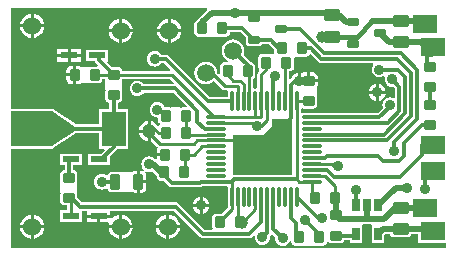
<source format=gbl>
G04 Layer_Physical_Order=2*
G04 Layer_Color=16711680*
%FSLAX44Y44*%
%MOMM*%
G71*
G01*
G75*
G04:AMPARAMS|DCode=10|XSize=1mm|YSize=0.9mm|CornerRadius=0.1125mm|HoleSize=0mm|Usage=FLASHONLY|Rotation=0.000|XOffset=0mm|YOffset=0mm|HoleType=Round|Shape=RoundedRectangle|*
%AMROUNDEDRECTD10*
21,1,1.0000,0.6750,0,0,0.0*
21,1,0.7750,0.9000,0,0,0.0*
1,1,0.2250,0.3875,-0.3375*
1,1,0.2250,-0.3875,-0.3375*
1,1,0.2250,-0.3875,0.3375*
1,1,0.2250,0.3875,0.3375*
%
%ADD10ROUNDEDRECTD10*%
G04:AMPARAMS|DCode=12|XSize=1mm|YSize=0.9mm|CornerRadius=0.1125mm|HoleSize=0mm|Usage=FLASHONLY|Rotation=90.000|XOffset=0mm|YOffset=0mm|HoleType=Round|Shape=RoundedRectangle|*
%AMROUNDEDRECTD12*
21,1,1.0000,0.6750,0,0,90.0*
21,1,0.7750,0.9000,0,0,90.0*
1,1,0.2250,0.3375,0.3875*
1,1,0.2250,0.3375,-0.3875*
1,1,0.2250,-0.3375,-0.3875*
1,1,0.2250,-0.3375,0.3875*
%
%ADD12ROUNDEDRECTD12*%
%ADD15C,0.3000*%
%ADD16C,0.2540*%
%ADD17C,0.5000*%
%ADD18C,1.5240*%
%ADD19C,1.0000*%
%ADD20C,1.2000*%
%ADD21C,0.9000*%
G04:AMPARAMS|DCode=22|XSize=1.3mm|YSize=0.8mm|CornerRadius=0.1mm|HoleSize=0mm|Usage=FLASHONLY|Rotation=270.000|XOffset=0mm|YOffset=0mm|HoleType=Round|Shape=RoundedRectangle|*
%AMROUNDEDRECTD22*
21,1,1.3000,0.6000,0,0,270.0*
21,1,1.1000,0.8000,0,0,270.0*
1,1,0.2000,-0.3000,-0.5500*
1,1,0.2000,-0.3000,0.5500*
1,1,0.2000,0.3000,0.5500*
1,1,0.2000,0.3000,-0.5500*
%
%ADD22ROUNDEDRECTD22*%
%ADD23R,0.6500X1.1000*%
%ADD24O,1.8000X0.3000*%
%ADD25O,0.3000X1.8000*%
G04:AMPARAMS|DCode=26|XSize=0.6mm|YSize=1mm|CornerRadius=0.075mm|HoleSize=0mm|Usage=FLASHONLY|Rotation=90.000|XOffset=0mm|YOffset=0mm|HoleType=Round|Shape=RoundedRectangle|*
%AMROUNDEDRECTD26*
21,1,0.6000,0.8500,0,0,90.0*
21,1,0.4500,1.0000,0,0,90.0*
1,1,0.1500,0.4250,0.2250*
1,1,0.1500,0.4250,-0.2250*
1,1,0.1500,-0.4250,-0.2250*
1,1,0.1500,-0.4250,0.2250*
%
%ADD26ROUNDEDRECTD26*%
%ADD27R,1.4500X0.5500*%
%ADD28R,2.0000X3.0000*%
%ADD29R,2.0000X1.5000*%
G04:AMPARAMS|DCode=30|XSize=1.4mm|YSize=1mm|CornerRadius=0.125mm|HoleSize=0mm|Usage=FLASHONLY|Rotation=180.000|XOffset=0mm|YOffset=0mm|HoleType=Round|Shape=RoundedRectangle|*
%AMROUNDEDRECTD30*
21,1,1.4000,0.7500,0,0,180.0*
21,1,1.1500,1.0000,0,0,180.0*
1,1,0.2500,-0.5750,0.3750*
1,1,0.2500,0.5750,0.3750*
1,1,0.2500,0.5750,-0.3750*
1,1,0.2500,-0.5750,-0.3750*
%
%ADD30ROUNDEDRECTD30*%
%ADD31C,1.5000*%
%ADD32C,0.4000*%
G36*
X173241Y208730D02*
X165756Y201244D01*
X164864Y199910D01*
X164406Y199819D01*
X163372Y199128D01*
X162681Y198094D01*
X162439Y196875D01*
Y189125D01*
X162681Y187906D01*
X163372Y186872D01*
X164406Y186181D01*
X165625Y185939D01*
X172375D01*
X173364Y186136D01*
X173500Y186000D01*
X181500D01*
X181636Y186136D01*
X182625Y185939D01*
X189375D01*
X190594Y186181D01*
X191628Y186872D01*
X192319Y187906D01*
X192561Y189125D01*
Y189431D01*
X201522D01*
X205946Y185007D01*
Y180750D01*
X206160Y179677D01*
X206767Y178767D01*
X207677Y178160D01*
X208750Y177946D01*
X217250D01*
X218323Y178160D01*
X219233Y178767D01*
X219676Y179431D01*
X225522D01*
X229939Y175014D01*
Y172125D01*
X229967Y171982D01*
X229162Y171000D01*
X227500D01*
X227365Y170864D01*
X226375Y171061D01*
X219625D01*
X218406Y170819D01*
X217372Y170128D01*
X216681Y169094D01*
X216439Y167875D01*
Y160125D01*
X216681Y158906D01*
X217372Y157872D01*
X217442Y157158D01*
X216642Y156358D01*
X215920Y155276D01*
X215666Y154000D01*
Y143007D01*
X214396Y141990D01*
X214000Y142069D01*
X213604Y141990D01*
X212334Y143007D01*
Y150342D01*
X213128Y150872D01*
X213819Y151906D01*
X214061Y153125D01*
Y160875D01*
X213819Y162094D01*
X213128Y163128D01*
X212094Y163819D01*
X210875Y164061D01*
X209986D01*
X203749Y170298D01*
X204255Y171520D01*
X204582Y174000D01*
X204255Y176480D01*
X203298Y178791D01*
X201775Y180776D01*
X199791Y182298D01*
X197480Y183256D01*
X195000Y183582D01*
X192520Y183256D01*
X190209Y182298D01*
X188225Y180776D01*
X186702Y178791D01*
X185744Y176480D01*
X185418Y174000D01*
X185744Y171520D01*
X186702Y169209D01*
X188225Y167225D01*
X190209Y165702D01*
X191104Y165331D01*
X190851Y164061D01*
X187125D01*
X185906Y163819D01*
X184872Y163128D01*
X184181Y162094D01*
X183939Y160875D01*
Y154572D01*
X182669Y154046D01*
X181562Y155153D01*
X181255Y157480D01*
X180298Y159791D01*
X178776Y161775D01*
X176791Y163298D01*
X174480Y164255D01*
X172000Y164582D01*
X169520Y164255D01*
X167209Y163298D01*
X165225Y161775D01*
X163702Y159791D01*
X162745Y157480D01*
X162418Y155000D01*
X162745Y152520D01*
X163702Y150209D01*
X165225Y148224D01*
X167209Y146702D01*
X169520Y145744D01*
X172000Y145418D01*
X174480Y145744D01*
X176791Y146702D01*
X178775Y148224D01*
X179043Y148242D01*
X185643Y141643D01*
X186724Y140920D01*
X188000Y140666D01*
X189827D01*
X190610Y139396D01*
X190431Y138500D01*
Y134569D01*
X175478D01*
X140523Y169523D01*
X139366Y170297D01*
X138000Y170569D01*
X134455D01*
X133636Y171636D01*
X132278Y172678D01*
X130697Y173333D01*
X129000Y173556D01*
X127303Y173333D01*
X125722Y172678D01*
X124364Y171636D01*
X123322Y170278D01*
X122667Y168697D01*
X122444Y167000D01*
X122667Y165303D01*
X123322Y163722D01*
X124364Y162364D01*
X125722Y161322D01*
X127303Y160667D01*
X129000Y160444D01*
X130697Y160667D01*
X132278Y161322D01*
X133636Y162364D01*
X134455Y163431D01*
X136522D01*
X141946Y158007D01*
X141460Y156834D01*
X101061D01*
Y156875D01*
X100819Y158094D01*
X100128Y159128D01*
X99094Y159819D01*
X97875Y160061D01*
X92486D01*
X88470Y164077D01*
X88956Y165250D01*
X89000D01*
Y174750D01*
X70500D01*
Y165250D01*
X78281D01*
X78453Y164384D01*
X79227Y163227D01*
X80622Y161831D01*
X80096Y160561D01*
X74625D01*
X73636Y160364D01*
X73500Y160500D01*
X66295D01*
X65805Y160827D01*
X64375Y161112D01*
X62270D01*
Y153500D01*
Y145888D01*
X64375D01*
X65805Y146173D01*
X66295Y146500D01*
X73500D01*
X73636Y146636D01*
X74625Y146439D01*
X81375D01*
X82594Y146681D01*
X83628Y147372D01*
X84319Y148406D01*
X84561Y149625D01*
Y150166D01*
X86557D01*
X87000Y149000D01*
Y141000D01*
X87136Y140864D01*
X86939Y139875D01*
Y133125D01*
X87181Y131906D01*
X87872Y130872D01*
X88906Y130181D01*
X90125Y129939D01*
X90431D01*
Y125000D01*
X82000D01*
Y111569D01*
X61886D01*
X42649Y124685D01*
X42455Y124767D01*
X42280Y124884D01*
X42093Y124921D01*
X41917Y124996D01*
X41706Y124998D01*
X41500Y125039D01*
X7500D01*
X7000Y125449D01*
Y210000D01*
X172715D01*
X173241Y208730D01*
D02*
G37*
G36*
X267385Y164477D02*
X268542Y163703D01*
X269908Y163431D01*
X313396D01*
X314000Y162161D01*
X313322Y161278D01*
X312667Y159697D01*
X312444Y158000D01*
X312667Y156303D01*
X313322Y154722D01*
X314364Y153364D01*
X315722Y152322D01*
X317303Y151667D01*
X319000Y151444D01*
X320697Y151667D01*
X322278Y152322D01*
X322870Y152776D01*
X323913Y151976D01*
X323667Y151383D01*
X323444Y149686D01*
X323667Y147989D01*
X324322Y146408D01*
X325364Y145050D01*
X326722Y144009D01*
X328303Y143354D01*
X330000Y143130D01*
X331334Y143306D01*
X332431Y142208D01*
Y134228D01*
X332094Y134061D01*
X331161Y133726D01*
X329696Y134332D01*
X327999Y134556D01*
X326302Y134332D01*
X324721Y133678D01*
X323363Y132636D01*
X322322Y131278D01*
X321667Y129697D01*
X321443Y128000D01*
X321667Y126303D01*
X321839Y125886D01*
X317522Y121569D01*
X254500D01*
X253604Y121390D01*
X252334Y122173D01*
Y122321D01*
X252569Y123500D01*
Y124547D01*
X253839Y125226D01*
X253906Y125181D01*
X255125Y124939D01*
X262875D01*
X264094Y125181D01*
X265128Y125872D01*
X265819Y126906D01*
X266061Y128125D01*
Y134875D01*
X265864Y135864D01*
X266000Y136000D01*
Y143205D01*
X266327Y143695D01*
X266612Y145125D01*
Y147230D01*
X259000D01*
Y148500D01*
X257730D01*
Y155612D01*
X255125D01*
X253695Y155328D01*
X253396Y155128D01*
X252838Y155359D01*
X252270Y155434D01*
Y148500D01*
X249730D01*
Y155434D01*
X249162Y155359D01*
X247450Y154650D01*
X245979Y153521D01*
X244851Y152051D01*
X244141Y150338D01*
X243604Y150063D01*
X242334Y150773D01*
Y156939D01*
X243375D01*
X244594Y157181D01*
X245628Y157872D01*
X246319Y158906D01*
X246561Y160125D01*
Y167875D01*
X246533Y168018D01*
X247339Y169000D01*
X249000D01*
X249136Y169136D01*
X250125Y168939D01*
X256875D01*
X258094Y169181D01*
X259128Y169872D01*
X259555Y170511D01*
X261005Y170856D01*
X267385Y164477D01*
D02*
G37*
G36*
X145192Y146839D02*
X144666Y145569D01*
X119455D01*
X118636Y146636D01*
X117278Y147678D01*
X115697Y148333D01*
X114000Y148556D01*
X112303Y148333D01*
X110722Y147678D01*
X109364Y146636D01*
X108322Y145278D01*
X107667Y143697D01*
X107444Y142000D01*
X107667Y140303D01*
X108322Y138722D01*
X109364Y137364D01*
X110722Y136322D01*
X112303Y135667D01*
X114000Y135444D01*
X115697Y135667D01*
X117278Y136322D01*
X118636Y137364D01*
X119455Y138431D01*
X144522D01*
X155719Y127234D01*
X155233Y126061D01*
X151625D01*
X150636Y125864D01*
X150500Y126000D01*
X142500D01*
X142364Y125864D01*
X141375Y126061D01*
X137182D01*
X136678Y127278D01*
X135636Y128636D01*
X134278Y129678D01*
X132697Y130333D01*
X131000Y130556D01*
X129303Y130333D01*
X127722Y129678D01*
X126364Y128636D01*
X125322Y127278D01*
X124667Y125697D01*
X124444Y124000D01*
X124667Y122303D01*
X125322Y120722D01*
X126364Y119364D01*
X127722Y118322D01*
X129303Y117667D01*
X131000Y117444D01*
X131439Y117059D01*
Y115125D01*
X131681Y113906D01*
X132372Y112872D01*
X132883Y112530D01*
X132947Y112286D01*
X132861Y111250D01*
X131766Y110630D01*
X130848Y111104D01*
X130091Y112091D01*
X128307Y113460D01*
X126229Y114320D01*
X125270Y114446D01*
Y106000D01*
Y97554D01*
X125678Y97607D01*
X130642Y92642D01*
X131281Y92216D01*
X130672Y91305D01*
X130388Y89875D01*
Y87270D01*
X137500D01*
Y84730D01*
X130388D01*
Y82676D01*
X129242Y81979D01*
X129160Y81969D01*
X129135Y81986D01*
X128636Y82636D01*
X127278Y83678D01*
X125697Y84333D01*
X124000Y84556D01*
X122303Y84333D01*
X120722Y83678D01*
X119364Y82636D01*
X118322Y81278D01*
X117667Y79697D01*
X117444Y78000D01*
X117667Y76303D01*
X118322Y74722D01*
X119364Y73364D01*
X119944Y72919D01*
X119381Y71835D01*
X118000Y72109D01*
X116270D01*
Y64270D01*
X121609D01*
Y68500D01*
X121335Y69881D01*
X120584Y71005D01*
X120602Y71101D01*
X121311Y72078D01*
X122303Y71667D01*
X124000Y71444D01*
X125697Y71667D01*
X126508Y72003D01*
X130439Y68073D01*
Y67125D01*
X130681Y65906D01*
X131372Y64872D01*
X132406Y64181D01*
X133625Y63939D01*
X136515D01*
X140977Y59477D01*
X142134Y58703D01*
X143500Y58431D01*
X167000D01*
X168366Y58703D01*
X169456Y59431D01*
X189758D01*
X190563Y58161D01*
X190431Y57500D01*
Y42500D01*
X190656Y41371D01*
X185346Y36061D01*
X180625D01*
X179405Y35819D01*
X178372Y35128D01*
X177681Y34094D01*
X177439Y32875D01*
Y25125D01*
X177681Y23906D01*
X177726Y23839D01*
X177047Y22569D01*
X171478D01*
X149523Y44523D01*
X148366Y45297D01*
X147000Y45569D01*
X66978D01*
X63061Y49486D01*
Y52875D01*
X62864Y53864D01*
X63000Y54000D01*
Y62000D01*
X62864Y62136D01*
X63061Y63125D01*
Y69875D01*
X62819Y71094D01*
X62128Y72128D01*
X61094Y72819D01*
X59875Y73061D01*
X59569D01*
Y77250D01*
X67500D01*
Y86750D01*
X49000D01*
Y77250D01*
X52431D01*
Y73061D01*
X52125D01*
X50906Y72819D01*
X49872Y72128D01*
X49181Y71094D01*
X48939Y69875D01*
Y63125D01*
X49136Y62136D01*
X49000Y62000D01*
Y54000D01*
X49136Y53864D01*
X48939Y52875D01*
Y46125D01*
X49181Y44906D01*
X49872Y43872D01*
X50906Y43181D01*
X52125Y42939D01*
X54166D01*
Y38750D01*
X48750D01*
Y29250D01*
X67250D01*
Y38431D01*
X71710D01*
Y35270D01*
X81500D01*
X91290D01*
Y38431D01*
X145522D01*
X167477Y16477D01*
X168634Y15703D01*
X170000Y15431D01*
X209000D01*
X210366Y15703D01*
X211523Y16477D01*
X212332Y17285D01*
X213535Y16692D01*
X213444Y16000D01*
X213667Y14303D01*
X214322Y12722D01*
X215364Y11364D01*
X216722Y10322D01*
X218303Y9667D01*
X220000Y9444D01*
X221697Y9667D01*
X223278Y10322D01*
X224636Y11364D01*
X225678Y12722D01*
X226333Y14303D01*
X226556Y16000D01*
X226381Y17334D01*
X226523Y17476D01*
X226987Y18170D01*
X228464Y18489D01*
X230620Y16334D01*
X230444Y15000D01*
X230667Y13303D01*
X231322Y11722D01*
X232364Y10364D01*
X233722Y9322D01*
X235303Y8667D01*
X237000Y8444D01*
X238697Y8667D01*
X240278Y9322D01*
X241636Y10364D01*
X242678Y11722D01*
X243169Y12908D01*
X244439Y12655D01*
Y12125D01*
X244681Y10906D01*
X245372Y9872D01*
X246406Y9181D01*
X247625Y8939D01*
X254375D01*
X255364Y9136D01*
X255500Y9000D01*
X263500D01*
X263636Y9136D01*
X264625Y8939D01*
X271375D01*
X272594Y9181D01*
X273628Y9872D01*
X274319Y10906D01*
X274473Y11680D01*
X275774Y12007D01*
X275782Y12006D01*
X275872Y11872D01*
X276906Y11181D01*
X278125Y10939D01*
X285875D01*
X287094Y11181D01*
X288128Y11872D01*
X288819Y12906D01*
X289023Y13931D01*
X293750D01*
Y11500D01*
X304250D01*
Y26500D01*
X305349Y26912D01*
X311651D01*
X312750Y26500D01*
Y11500D01*
X323250D01*
Y17761D01*
X323900Y18412D01*
X328103D01*
X328189Y17982D01*
X328907Y16907D01*
X329982Y16189D01*
X331250Y15936D01*
X342750D01*
X344018Y16189D01*
X345093Y16907D01*
X345811Y17982D01*
X345897Y18412D01*
X352000D01*
Y11500D01*
X375000D01*
Y7000D01*
X7000D01*
Y90550D01*
X7500Y90961D01*
X41500D01*
X41706Y91002D01*
X41917Y91004D01*
X42093Y91079D01*
X42280Y91116D01*
X42455Y91233D01*
X42649Y91315D01*
X61886Y104431D01*
X82000D01*
Y91000D01*
X85794D01*
X86280Y89827D01*
X83203Y86750D01*
X72500D01*
Y77250D01*
X91000D01*
Y84453D01*
X96523Y89977D01*
X97207Y91000D01*
X106000D01*
Y125000D01*
X97569D01*
Y129939D01*
X97875D01*
X99094Y130181D01*
X100128Y130872D01*
X100819Y131906D01*
X101061Y133125D01*
Y139875D01*
X100864Y140864D01*
X101000Y141000D01*
Y149000D01*
X101443Y150166D01*
X141865D01*
X145192Y146839D01*
D02*
G37*
G36*
X63500Y108000D02*
X41500Y93000D01*
X7500D01*
Y123000D01*
X41500D01*
X63500Y108000D01*
D02*
G37*
G36*
X245000Y69000D02*
X195000D01*
Y103000D01*
X221000D01*
X228000Y110000D01*
Y116000D01*
X245000D01*
Y69000D01*
D02*
G37*
%LPC*%
G36*
X26270Y205081D02*
Y196270D01*
X35080D01*
X34899Y197652D01*
X33875Y200124D01*
X32246Y202246D01*
X30124Y203875D01*
X27652Y204898D01*
X26270Y205081D01*
D02*
G37*
G36*
X23730D02*
X22348Y204898D01*
X19876Y203875D01*
X17754Y202246D01*
X16125Y200124D01*
X15101Y197652D01*
X14920Y196270D01*
X23730D01*
Y205081D01*
D02*
G37*
G36*
X142270Y201080D02*
Y192270D01*
X151081D01*
X150899Y193652D01*
X149875Y196124D01*
X148246Y198246D01*
X146124Y199875D01*
X143652Y200898D01*
X142270Y201080D01*
D02*
G37*
G36*
X139730D02*
X138348Y200898D01*
X135876Y199875D01*
X133754Y198246D01*
X132125Y196124D01*
X131102Y193652D01*
X130920Y192270D01*
X139730D01*
Y201080D01*
D02*
G37*
G36*
X101270D02*
Y192270D01*
X110080D01*
X109899Y193652D01*
X108875Y196124D01*
X107246Y198246D01*
X105124Y199875D01*
X102652Y200898D01*
X101270Y201080D01*
D02*
G37*
G36*
X98730D02*
X97348Y200898D01*
X94876Y199875D01*
X92754Y198246D01*
X91125Y196124D01*
X90101Y193652D01*
X89920Y192270D01*
X98730D01*
Y201080D01*
D02*
G37*
G36*
X35080Y193730D02*
X26270D01*
Y184919D01*
X27652Y185102D01*
X30124Y186125D01*
X32246Y187754D01*
X33875Y189876D01*
X34899Y192348D01*
X35080Y193730D01*
D02*
G37*
G36*
X23730D02*
X14920D01*
X15101Y192348D01*
X16125Y189876D01*
X17754Y187754D01*
X19876Y186125D01*
X22348Y185102D01*
X23730Y184919D01*
Y193730D01*
D02*
G37*
G36*
X151081Y189730D02*
X142270D01*
Y180919D01*
X143652Y181101D01*
X146124Y182125D01*
X148246Y183754D01*
X149875Y185876D01*
X150899Y188348D01*
X151081Y189730D01*
D02*
G37*
G36*
X139730D02*
X130920D01*
X131102Y188348D01*
X132125Y185876D01*
X133754Y183754D01*
X135876Y182125D01*
X138348Y181101D01*
X139730Y180919D01*
Y189730D01*
D02*
G37*
G36*
X110080D02*
X101270D01*
Y180919D01*
X102652Y181101D01*
X105124Y182125D01*
X107246Y183754D01*
X108875Y185876D01*
X109899Y188348D01*
X110080Y189730D01*
D02*
G37*
G36*
X98730D02*
X89920D01*
X90101Y188348D01*
X91125Y185876D01*
X92754Y183754D01*
X94876Y182125D01*
X97348Y181101D01*
X98730Y180919D01*
Y189730D01*
D02*
G37*
G36*
X66040Y175290D02*
X57520D01*
Y171270D01*
X66040D01*
Y175290D01*
D02*
G37*
G36*
X54980D02*
X46460D01*
Y171270D01*
X54980D01*
Y175290D01*
D02*
G37*
G36*
X66040Y168730D02*
X57520D01*
Y164710D01*
X66040D01*
Y168730D01*
D02*
G37*
G36*
X54980D02*
X46460D01*
Y164710D01*
X54980D01*
Y168730D01*
D02*
G37*
G36*
X59730Y161112D02*
X57625D01*
X56195Y160827D01*
X54983Y160017D01*
X54173Y158805D01*
X53888Y157375D01*
Y154770D01*
X59730D01*
Y161112D01*
D02*
G37*
G36*
Y152230D02*
X53888D01*
Y149625D01*
X54173Y148195D01*
X54983Y146983D01*
X56195Y146173D01*
X57625Y145888D01*
X59730D01*
Y152230D01*
D02*
G37*
G36*
X262875Y155612D02*
X260270D01*
Y149770D01*
X266612D01*
Y151875D01*
X266327Y153305D01*
X265517Y154517D01*
X264305Y155328D01*
X262875Y155612D01*
D02*
G37*
G36*
X318584Y145620D02*
Y139956D01*
X324247D01*
X324173Y140524D01*
X323463Y142237D01*
X322335Y143707D01*
X320864Y144836D01*
X319151Y145545D01*
X318584Y145620D01*
D02*
G37*
G36*
X316044D02*
X315476Y145545D01*
X313763Y144836D01*
X312293Y143707D01*
X311164Y142237D01*
X310455Y140524D01*
X310380Y139956D01*
X316044D01*
Y145620D01*
D02*
G37*
G36*
X324247Y137416D02*
X318584D01*
Y131753D01*
X319151Y131827D01*
X320864Y132537D01*
X322335Y133665D01*
X323463Y135136D01*
X324173Y136848D01*
X324247Y137416D01*
D02*
G37*
G36*
X316044D02*
X310380D01*
X310455Y136848D01*
X311164Y135136D01*
X312293Y133665D01*
X313763Y132537D01*
X315476Y131827D01*
X316044Y131753D01*
Y137416D01*
D02*
G37*
G36*
X122730Y114446D02*
X121771Y114320D01*
X119693Y113460D01*
X117909Y112091D01*
X116540Y110307D01*
X115680Y108229D01*
X115554Y107270D01*
X122730D01*
Y114446D01*
D02*
G37*
G36*
Y104730D02*
X115554D01*
X115680Y103771D01*
X116540Y101693D01*
X117909Y99909D01*
X119693Y98540D01*
X121771Y97680D01*
X122730Y97554D01*
Y104730D01*
D02*
G37*
G36*
X113730Y72109D02*
X112000D01*
X110619Y71835D01*
X110118Y71500D01*
X99750D01*
X99413Y71164D01*
X99171Y71326D01*
X98000Y71559D01*
X92000D01*
X90829Y71326D01*
X89837Y70663D01*
X89174Y69671D01*
X89028Y68936D01*
X88023Y68410D01*
X87671Y68376D01*
X87278Y68678D01*
X85697Y69333D01*
X84000Y69556D01*
X82303Y69333D01*
X80722Y68678D01*
X79364Y67636D01*
X78322Y66278D01*
X77667Y64697D01*
X77444Y63000D01*
X77667Y61303D01*
X78322Y59722D01*
X79364Y58364D01*
X80722Y57322D01*
X82303Y56667D01*
X84000Y56444D01*
X85697Y56667D01*
X87278Y57322D01*
X87671Y57624D01*
X88023Y57590D01*
X89028Y57064D01*
X89174Y56329D01*
X89837Y55337D01*
X90829Y54674D01*
X92000Y54441D01*
X98000D01*
X99171Y54674D01*
X99413Y54837D01*
X99750Y54500D01*
X110118D01*
X110619Y54165D01*
X112000Y53891D01*
X113730D01*
Y63000D01*
Y72109D01*
D02*
G37*
G36*
X121609Y61730D02*
X116270D01*
Y53891D01*
X118000D01*
X119381Y54165D01*
X120552Y54948D01*
X121335Y56119D01*
X121609Y57500D01*
Y61730D01*
D02*
G37*
G36*
X169270Y49934D02*
Y44270D01*
X174933D01*
X174859Y44838D01*
X174149Y46550D01*
X173021Y48021D01*
X171550Y49149D01*
X169838Y49859D01*
X169270Y49934D01*
D02*
G37*
G36*
X166730D02*
X166162Y49859D01*
X164450Y49149D01*
X162979Y48021D01*
X161851Y46550D01*
X161141Y44838D01*
X161066Y44270D01*
X166730D01*
Y49934D01*
D02*
G37*
G36*
X174933Y41730D02*
X169270D01*
Y36067D01*
X169838Y36141D01*
X171550Y36851D01*
X173021Y37979D01*
X174149Y39450D01*
X174859Y41162D01*
X174933Y41730D01*
D02*
G37*
G36*
X166730D02*
X161066D01*
X161141Y41162D01*
X161851Y39450D01*
X162979Y37979D01*
X164450Y36851D01*
X166162Y36141D01*
X166730Y36067D01*
Y41730D01*
D02*
G37*
G36*
X98730Y35080D02*
X97348Y34899D01*
X94876Y33875D01*
X92754Y32246D01*
X92493Y31906D01*
X91290Y32314D01*
Y32730D01*
X82770D01*
Y28710D01*
X89397D01*
X89744Y28190D01*
X90074Y27440D01*
X89920Y26270D01*
X98730D01*
Y35080D01*
D02*
G37*
G36*
X80230Y32730D02*
X71710D01*
Y28710D01*
X80230D01*
Y32730D01*
D02*
G37*
G36*
X141270Y35080D02*
Y26270D01*
X150080D01*
X149899Y27652D01*
X148875Y30124D01*
X147246Y32246D01*
X145124Y33875D01*
X142652Y34899D01*
X141270Y35080D01*
D02*
G37*
G36*
X138730D02*
X137348Y34899D01*
X134876Y33875D01*
X132754Y32246D01*
X131125Y30124D01*
X130101Y27652D01*
X129920Y26270D01*
X138730D01*
Y35080D01*
D02*
G37*
G36*
X101270D02*
Y26270D01*
X110080D01*
X109899Y27652D01*
X108875Y30124D01*
X107246Y32246D01*
X105124Y33875D01*
X102652Y34899D01*
X101270Y35080D01*
D02*
G37*
G36*
X26270D02*
Y26270D01*
X35080D01*
X34899Y27652D01*
X33875Y30124D01*
X32246Y32246D01*
X30124Y33875D01*
X27652Y34899D01*
X26270Y35080D01*
D02*
G37*
G36*
X23730D02*
X22348Y34899D01*
X19876Y33875D01*
X17754Y32246D01*
X16125Y30124D01*
X15101Y27652D01*
X14920Y26270D01*
X23730D01*
Y35080D01*
D02*
G37*
G36*
X150080Y23730D02*
X141270D01*
Y14920D01*
X142652Y15101D01*
X145124Y16125D01*
X147246Y17754D01*
X148875Y19876D01*
X149899Y22348D01*
X150080Y23730D01*
D02*
G37*
G36*
X138730D02*
X129920D01*
X130101Y22348D01*
X131125Y19876D01*
X132754Y17754D01*
X134876Y16125D01*
X137348Y15101D01*
X138730Y14920D01*
Y23730D01*
D02*
G37*
G36*
X110080D02*
X101270D01*
Y14920D01*
X102652Y15101D01*
X105124Y16125D01*
X107246Y17754D01*
X108875Y19876D01*
X109899Y22348D01*
X110080Y23730D01*
D02*
G37*
G36*
X98730D02*
X89920D01*
X90101Y22348D01*
X91125Y19876D01*
X92754Y17754D01*
X94876Y16125D01*
X97348Y15101D01*
X98730Y14920D01*
Y23730D01*
D02*
G37*
G36*
X35080D02*
X26270D01*
Y14920D01*
X27652Y15101D01*
X30124Y16125D01*
X32246Y17754D01*
X33875Y19876D01*
X34899Y22348D01*
X35080Y23730D01*
D02*
G37*
G36*
X23730D02*
X14920D01*
X15101Y22348D01*
X16125Y19876D01*
X17754Y17754D01*
X19876Y16125D01*
X22348Y15101D01*
X23730Y14920D01*
Y23730D01*
D02*
G37*
%LPD*%
D10*
X282000Y34500D02*
D03*
Y17500D02*
D03*
X362000Y160000D02*
D03*
Y143000D02*
D03*
X56000Y49500D02*
D03*
Y66500D02*
D03*
X94000Y153500D02*
D03*
Y136500D02*
D03*
X362000Y128000D02*
D03*
Y111000D02*
D03*
X259000Y131500D02*
D03*
Y148500D02*
D03*
D12*
X251000Y16000D02*
D03*
X268000D02*
D03*
X155000Y119000D02*
D03*
X138000D02*
D03*
X154000Y71000D02*
D03*
X137000D02*
D03*
X61000Y153500D02*
D03*
X78000D02*
D03*
X236500Y176000D02*
D03*
X253500D02*
D03*
X169000Y193000D02*
D03*
X186000D02*
D03*
X190500Y157000D02*
D03*
X207500D02*
D03*
X240000Y164000D02*
D03*
X223000D02*
D03*
X264500Y49000D02*
D03*
X281500D02*
D03*
X184000Y29000D02*
D03*
X201000D02*
D03*
X155000Y104000D02*
D03*
X138000D02*
D03*
X154500Y86000D02*
D03*
X137500D02*
D03*
D15*
X355500Y85950D02*
Y94000D01*
X336550Y67000D02*
X355500Y85950D01*
X280746Y67000D02*
X336550D01*
X355000Y111000D02*
X362000D01*
X340000Y96000D02*
X355000Y111000D01*
X340000Y85000D02*
Y96000D01*
X275000Y85000D02*
X318000D01*
X273000Y83000D02*
X275000Y85000D01*
X318000D02*
X322000Y81000D01*
X336000D01*
X340000Y85000D01*
X362000Y171000D02*
X363000Y172000D01*
X359000Y163000D02*
Y174051D01*
Y163000D02*
X362000Y160000D01*
X241000Y114000D02*
X244000Y117000D01*
X229000Y151000D02*
X231000Y153000D01*
X244000Y145000D02*
X247500Y148500D01*
X244000Y131000D02*
Y145000D01*
X269908Y167000D02*
X334143D01*
X271979Y172000D02*
X337000D01*
X251479Y192500D02*
X271979Y172000D01*
X260908Y176000D02*
X269908Y167000D01*
X255000Y176000D02*
X260908D01*
X227000Y183000D02*
X235000Y175000D01*
X213000Y183000D02*
X227000D01*
X229000Y131000D02*
Y151000D01*
X319000Y158000D02*
X335000D01*
X330000Y149686D02*
X336000Y143686D01*
X146000Y142000D02*
X165000Y123000D01*
X114000Y142000D02*
X146000D01*
X336000Y123000D02*
Y143686D01*
X326000Y113000D02*
X336000Y123000D01*
X335000Y158000D02*
X341000Y152000D01*
Y120929D02*
Y152000D01*
X323071Y103000D02*
X341000Y120929D01*
X334143Y167000D02*
X346000Y155143D01*
Y118858D02*
Y155143D01*
X325142Y98000D02*
X346000Y118858D01*
X337000Y172000D02*
X351000Y158000D01*
Y116521D02*
Y158000D01*
X331000Y96521D02*
X351000Y116521D01*
X331000Y89000D02*
Y96521D01*
X319000Y118000D02*
X328499Y127500D01*
X262000Y118000D02*
X319000D01*
X262000Y98000D02*
X325142D01*
X262000Y103000D02*
X323071D01*
X262000Y113000D02*
X326000D01*
X274746Y73000D02*
X280746Y67000D01*
X262000Y73000D02*
X274746D01*
X244000Y117000D02*
Y131000D01*
X147000Y42000D02*
X170000Y19000D01*
X65500Y42000D02*
X147000D01*
X57500Y50000D02*
X65500Y42000D01*
X84000Y63000D02*
X95000D01*
X229000Y23001D02*
X237000Y15000D01*
X229000Y23001D02*
Y31314D01*
X170000Y19000D02*
X209000D01*
X83500Y82000D02*
X94000Y92500D01*
X81500Y82000D02*
X83500D01*
X181000Y63000D02*
X194000D01*
X171000Y108000D02*
X181000D01*
X165000Y114000D02*
X171000Y108000D01*
X94000D02*
Y136500D01*
X165000Y114000D02*
Y123000D01*
X94000Y92500D02*
Y108000D01*
X81750Y165750D02*
X94000Y153500D01*
X81750Y165750D02*
Y170000D01*
X56000Y66500D02*
Y82000D01*
X282000Y17500D02*
X297500D01*
X299000Y19000D01*
X358000Y57000D02*
Y72000D01*
X129000Y167000D02*
X138000D01*
X174000Y131000D01*
X194000D01*
X196000Y65000D02*
X249000D01*
X194000Y63000D02*
X196000Y65000D01*
X299000Y43000D02*
Y56000D01*
X256000Y31000D02*
X266750Y19750D01*
X229000Y31314D02*
Y50000D01*
X229000Y31314D02*
X229000Y31314D01*
X224000Y33385D02*
Y50000D01*
X224000Y33385D02*
X224000Y33385D01*
X219000Y35456D02*
X219000Y35456D01*
Y50000D01*
X209000Y19000D02*
X219000Y29000D01*
Y35456D01*
X220000Y16000D02*
X224000Y20000D01*
Y33385D01*
X267000Y32000D02*
X270000D01*
X244000Y32313D02*
Y50000D01*
X249000D02*
X267000Y32000D01*
X256000Y30500D02*
Y31000D01*
Y30500D02*
Y31000D01*
X244000Y32313D02*
X248000Y28313D01*
Y19000D02*
Y28313D01*
Y19000D02*
X251000Y16000D01*
X58000Y108000D02*
X94000D01*
X197000Y206000D02*
Y206000D01*
X190000Y174000D02*
X195000D01*
X207500Y161500D01*
Y156000D02*
Y161500D01*
X186000Y193000D02*
X203000D01*
X213000Y183000D01*
X265000Y83000D02*
X273000D01*
X262000Y98000D02*
X262000Y98000D01*
X168000Y63000D02*
X181000D01*
X167000Y62000D02*
X168000Y63000D01*
X236000Y192500D02*
X237500Y194000D01*
X362000Y128000D02*
Y143000D01*
X262000Y73000D02*
X262000Y73000D01*
X236000Y192500D02*
X251479D01*
X124000Y78000D02*
X127000D01*
X134000Y71000D02*
X137000D01*
Y68500D02*
Y71000D01*
Y68500D02*
X143500Y62000D01*
X167000D01*
D16*
X239000Y131000D02*
Y161000D01*
X211999Y113000D02*
X215000Y110000D01*
X181000Y113000D02*
X211999D01*
X273000Y68000D02*
X281500Y59500D01*
X262000Y68000D02*
X273000D01*
X188000Y144000D02*
X199000D01*
X181000Y98000D02*
X200000D01*
X154500Y71500D02*
Y86000D01*
X162000D01*
X169000Y93000D01*
X181000D01*
X57500Y35000D02*
Y48000D01*
X199000Y131000D02*
Y144000D01*
X199000Y144000D02*
X199000Y144000D01*
X209000Y131000D02*
Y154500D01*
X204000Y131000D02*
Y145421D01*
X200881Y148540D02*
X204000Y145421D01*
X190500Y153500D02*
Y156000D01*
Y153500D02*
X195460Y148540D01*
X200881D01*
X181000Y118000D02*
X213000D01*
X194000Y50000D02*
Y63000D01*
Y40000D02*
Y50000D01*
X185000Y31000D02*
X194000Y40000D01*
X199000Y34000D02*
Y50000D01*
Y34000D02*
X202000Y31000D01*
X156000Y103000D02*
X181000D01*
X262000Y51500D02*
X264500Y49000D01*
X262000Y51500D02*
Y63000D01*
X281500Y49000D02*
Y59500D01*
X155000Y104000D02*
Y119000D01*
X165000Y98000D02*
X181000D01*
X162000Y95000D02*
X165000Y98000D01*
X133000Y95000D02*
X162000D01*
X124000Y104000D02*
X133000Y95000D01*
X124000Y104000D02*
Y108000D01*
X94000Y153500D02*
X143246D01*
X178746Y118000D01*
X78000Y153500D02*
X94000D01*
X251000Y63000D02*
X262000D01*
X249000Y65000D02*
X251000Y63000D01*
X249000Y65000D02*
Y131000D01*
X202000Y31000D02*
X205000D01*
X214000Y40000D01*
Y50000D01*
X177000Y155000D02*
X188000Y144000D01*
X124000Y108000D02*
X128000D01*
X132000Y104000D01*
X138000D01*
X223000Y158000D02*
Y161000D01*
X249500Y131500D02*
X259000D01*
X247500Y148500D02*
X259000D01*
X172000Y155000D02*
X177000D01*
X219000Y154000D02*
X223000Y158000D01*
X219000Y131000D02*
Y154000D01*
X213000Y118000D02*
X219000D01*
Y131000D01*
X213000Y118000D02*
X214000Y119000D01*
Y131000D01*
X224000Y115000D02*
Y131000D01*
X219000Y110000D02*
X224000Y115000D01*
X215000Y110000D02*
X219000D01*
X262000Y78000D02*
X279000D01*
X281000Y76000D01*
X284000D01*
D17*
X358000Y178000D02*
X363000Y173000D01*
X354000Y181000D02*
X358000Y177000D01*
X337000Y181000D02*
X354000D01*
X319500Y189000D02*
X327500Y181000D01*
X296000Y180000D02*
X296500Y179500D01*
X313000Y199000D02*
X337000D01*
X340000Y23000D02*
X359000D01*
X337000Y41000D02*
X358000D01*
X337000Y41000D02*
X337000Y41000D01*
X318000Y19000D02*
X322000Y23000D01*
X337000D01*
X318000Y43000D02*
X333000Y58000D01*
X342000D01*
X282000Y34500D02*
Y48500D01*
X308500Y31500D02*
Y43000D01*
X285000Y31500D02*
X308500D01*
X322750D01*
X332250Y41000D01*
X337000D01*
Y199000D02*
X356000D01*
X358000Y174051D02*
Y177000D01*
X214000Y205000D02*
X215000Y206000D01*
X197000D02*
X215000D01*
X169000Y198000D02*
X177000Y206000D01*
X197000D01*
X169000Y193000D02*
Y198000D01*
X296500Y179500D02*
X297000Y180000D01*
X285000Y204000D02*
X290500Y198500D01*
X296500D01*
X327500Y181000D02*
X337000D01*
X358000Y177000D02*
X363000Y172000D01*
X215000Y206000D02*
X274000D01*
X276000Y204000D01*
X279000D01*
X127000Y78000D02*
X134000Y71000D01*
D18*
X358000Y197000D02*
D03*
X100000Y191000D02*
D03*
X141000D02*
D03*
X25000Y195000D02*
D03*
Y25000D02*
D03*
X100000D02*
D03*
X140000D02*
D03*
D19*
X270000Y186000D02*
D03*
X360000Y40000D02*
D03*
X203000Y28000D02*
D03*
D20*
X124000Y106000D02*
D03*
D21*
X317314Y138686D02*
D03*
X231000Y153000D02*
D03*
X319000Y158000D02*
D03*
X330000Y149686D02*
D03*
X131000Y124000D02*
D03*
X114000Y142000D02*
D03*
X327999Y128000D02*
D03*
X331000Y89000D02*
D03*
X362000Y143000D02*
D03*
X363000Y173000D02*
D03*
X168000Y43000D02*
D03*
X84000Y63000D02*
D03*
X124000Y78000D02*
D03*
X342000Y58000D02*
D03*
X358000Y57000D02*
D03*
X129000Y167000D02*
D03*
X299000Y56000D02*
D03*
X270000Y32000D02*
D03*
X237000Y15000D02*
D03*
X220000Y16000D02*
D03*
X256000Y31000D02*
D03*
X197000Y206000D02*
D03*
X206000Y97000D02*
D03*
Y77000D02*
D03*
X233000D02*
D03*
Y97000D02*
D03*
X251000Y148500D02*
D03*
X215000Y110000D02*
D03*
X284000Y76000D02*
D03*
D22*
X95000Y63000D02*
D03*
X115000D02*
D03*
D23*
X299000Y19000D02*
D03*
X318000D02*
D03*
Y43000D02*
D03*
X308500D02*
D03*
X299000D02*
D03*
D24*
X181000Y63000D02*
D03*
Y68000D02*
D03*
Y73000D02*
D03*
Y78000D02*
D03*
Y83000D02*
D03*
Y88000D02*
D03*
Y93000D02*
D03*
Y98000D02*
D03*
Y103000D02*
D03*
Y108000D02*
D03*
Y113000D02*
D03*
Y118000D02*
D03*
X262000D02*
D03*
Y113000D02*
D03*
Y108000D02*
D03*
Y103000D02*
D03*
Y98000D02*
D03*
Y93000D02*
D03*
Y88000D02*
D03*
Y83000D02*
D03*
Y78000D02*
D03*
Y73000D02*
D03*
Y68000D02*
D03*
Y63000D02*
D03*
D25*
X194000Y131000D02*
D03*
X199000D02*
D03*
X204000D02*
D03*
X209000D02*
D03*
X214000D02*
D03*
X219000D02*
D03*
X224000D02*
D03*
X229000D02*
D03*
X234000D02*
D03*
X239000D02*
D03*
X244000D02*
D03*
X249000D02*
D03*
Y50000D02*
D03*
X244000D02*
D03*
X239000D02*
D03*
X234000D02*
D03*
X229000D02*
D03*
X224000D02*
D03*
X219000D02*
D03*
X214000D02*
D03*
X209000D02*
D03*
X204000D02*
D03*
X199000D02*
D03*
X194000D02*
D03*
D26*
X319500Y189000D02*
D03*
X296500Y198500D02*
D03*
Y179500D02*
D03*
X213000Y183000D02*
D03*
Y202000D02*
D03*
X236000Y192500D02*
D03*
D27*
X81750Y82000D02*
D03*
X58250D02*
D03*
X79750Y170000D02*
D03*
X56250D02*
D03*
X58000Y34000D02*
D03*
X81500D02*
D03*
D28*
X94000Y108000D02*
D03*
D29*
X358000Y41000D02*
D03*
X364000Y21000D02*
D03*
X358000Y197000D02*
D03*
X364000Y177000D02*
D03*
Y72000D02*
D03*
Y94000D02*
D03*
D30*
X337000Y23000D02*
D03*
Y41000D02*
D03*
Y199000D02*
D03*
Y181000D02*
D03*
X279000Y204000D02*
D03*
Y186000D02*
D03*
D31*
X172000Y155000D02*
D03*
X195000Y174000D02*
D03*
D32*
X300000Y186000D02*
X313000Y199000D01*
X295000Y181000D02*
Y186000D01*
X279000D02*
X295000D01*
X300000D01*
M02*

</source>
